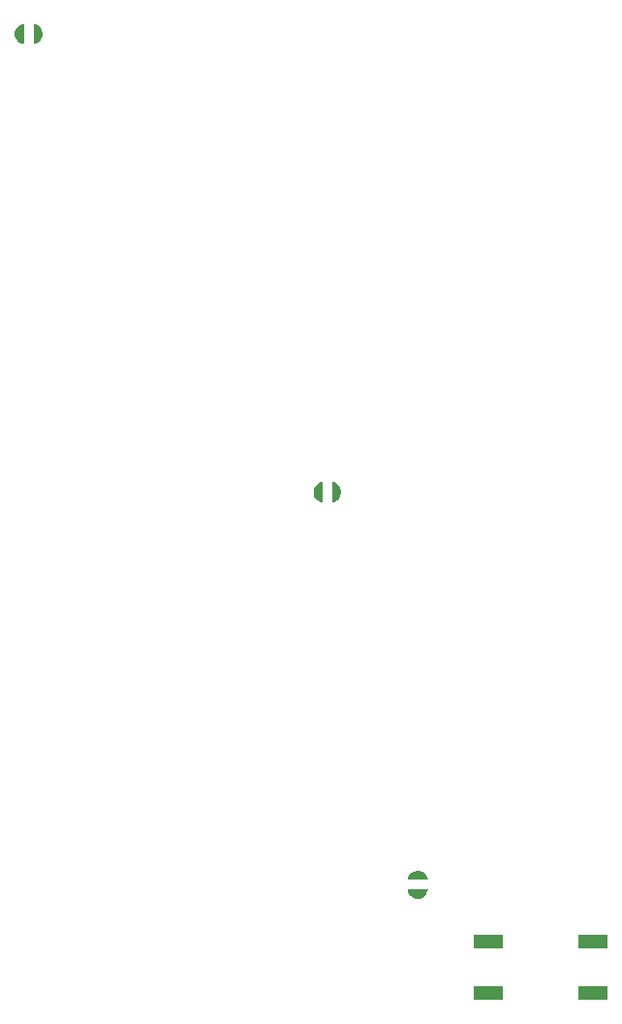
<source format=gbr>
G04 DipTrace 2.4.0.2*
%INTopPaste.gbr*%
%MOIN*%
%ADD75R,0.102X0.047*%
%FSLAX44Y44*%
G04*
G70*
G90*
G75*
G01*
%LNTopPaste*%
%LPD*%
G36*
X-11220Y-21160D2*
X-11280Y-21151D1*
X-11371Y-21110D1*
X-11447Y-21044D1*
X-11501Y-20959D1*
X-11530Y-20863D1*
Y-20762D1*
X-11501Y-20666D1*
X-11447Y-20581D1*
X-11371Y-20515D1*
X-11280Y-20474D1*
X-11220Y-20465D1*
Y-21160D1*
G37*
G36*
X-10880Y-20465D2*
X-10821Y-20474D1*
X-10729Y-20515D1*
X-10653Y-20581D1*
X-10599Y-20666D1*
X-10571Y-20762D1*
Y-20863D1*
X-10599Y-20959D1*
X-10653Y-21044D1*
X-10729Y-21110D1*
X-10821Y-21151D1*
X-10880Y-21160D1*
Y-20465D1*
G37*
G36*
X-21155Y-4715D2*
X-21095Y-4724D1*
X-21004Y-4765D1*
X-20928Y-4831D1*
X-20874Y-4916D1*
X-20845Y-5012D1*
Y-5113D1*
X-20874Y-5209D1*
X-20928Y-5294D1*
X-21004Y-5360D1*
X-21095Y-5401D1*
X-21155Y-5410D1*
Y-4715D1*
G37*
G36*
X-21495Y-5410D2*
X-21554Y-5401D1*
X-21646Y-5360D1*
X-21722Y-5294D1*
X-21776Y-5209D1*
X-21804Y-5113D1*
Y-5012D1*
X-21776Y-4916D1*
X-21722Y-4831D1*
X-21646Y-4765D1*
X-21554Y-4724D1*
X-21495Y-4715D1*
Y-5410D1*
G37*
G36*
X-7590Y-34470D2*
X-7599Y-34530D1*
X-7640Y-34621D1*
X-7706Y-34697D1*
X-7791Y-34751D1*
X-7887Y-34780D1*
X-7988D1*
X-8084Y-34751D1*
X-8169Y-34697D1*
X-8235Y-34621D1*
X-8276Y-34530D1*
X-8285Y-34470D1*
X-7590D1*
G37*
G36*
X-8285Y-34130D2*
X-8276Y-34071D1*
X-8235Y-33979D1*
X-8169Y-33903D1*
X-8084Y-33849D1*
X-7988Y-33821D1*
X-7887D1*
X-7791Y-33849D1*
X-7706Y-33903D1*
X-7640Y-33979D1*
X-7599Y-34071D1*
X-7590Y-34130D1*
X-8285D1*
G37*
D75*
X-5500Y-36250D3*
Y-38020D3*
X-1917Y-36250D3*
Y-38020D3*
M02*

</source>
